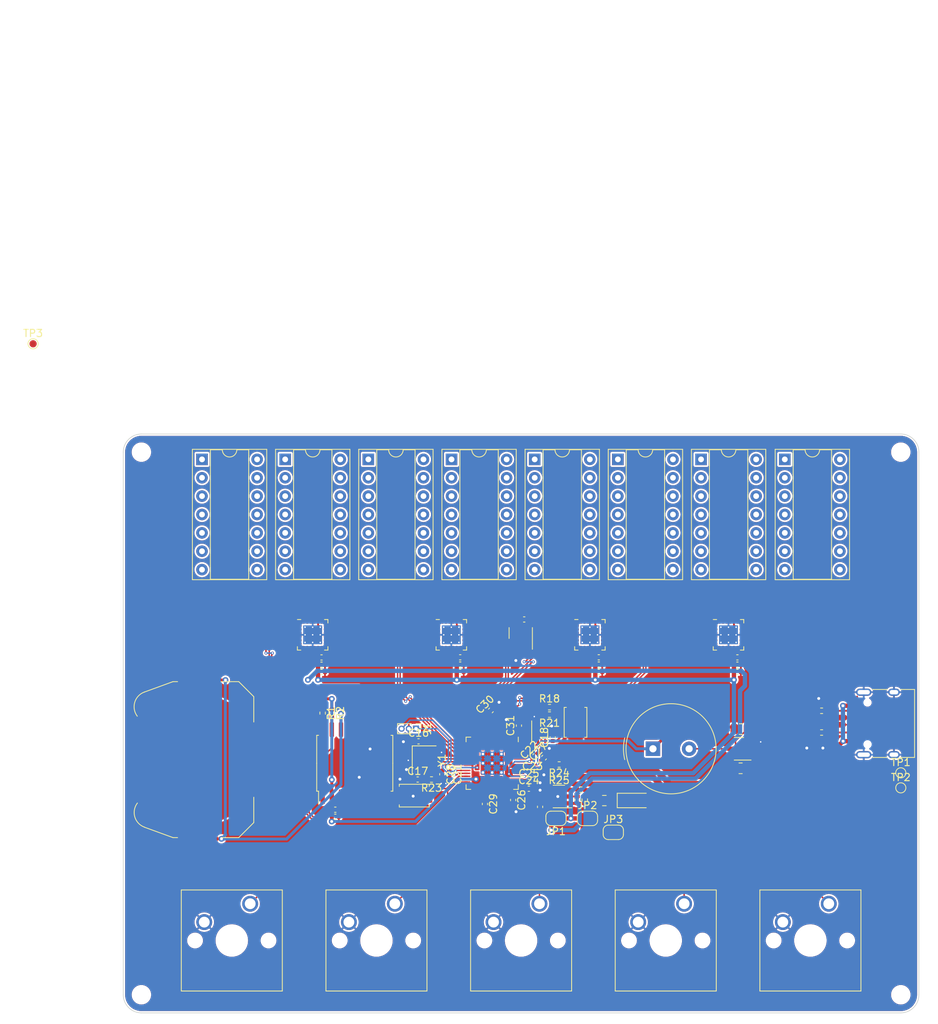
<source format=kicad_pcb>
(kicad_pcb (version 20221018) (generator pcbnew)
  (layers (0 "F.Cu" signal) (31 "B.Cu" signal) (34 "B.Paste" user) (35 "F.Paste" user) (36 "B.SilkS" user "B.Silkscreen") (37 "F.SilkS" user "F.Silkscreen") (38 "B.Mask" user) (39 "F.Mask" user) (44 "Edge.Cuts" user))
  (net 0 "")
  (net 1 "Net-(BT1-+)")
  (net 2 "+3V3")
  (net 3 "Net-(BZ1-+)")
  (net 4 "VCC")
  (net 5 "XIN")
  (net 6 "Net-(C17-Pad2)")
  (net 7 "Net-(U2-IN)")
  (net 8 "+1V1")
  (net 9 "Net-(U2-BP)")
  (net 10 "VSYS")
  (net 11 "VBUS")
  (net 12 "Net-(F1-Pad1)")
  (net 13 "/Onboard Pico/QSPI_SS")
  (net 14 "/Onboard Pico/QSPI_SD1")
  (net 15 "/Onboard Pico/QSPI_SD2")
  (net 16 "/Onboard Pico/QSPI_SD0")
  (net 17 "/Onboard Pico/QSPI_SCLK")
  (net 18 "/Onboard Pico/QSPI_SD3")
  (net 21 "IC1R1")
  (net 22 "IC1R2")
  (net 23 "IC1R3")
  (net 24 "IC1R4")
  (net 25 "IC1R5")
  (net 26 "IC1R6")
  (net 27 "IC1R7")
  (net 28 "IC1R8")
  (net 29 "IC1C8")
  (net 30 "IC1C7")
  (net 31 "IC1C6")
  (net 32 "IC1C5")
  (net 33 "IC1C4")
  (net 34 "IC1C3")
  (net 35 "IC1C2")
  (net 36 "IC1C1")
  (net 39 "IC2R1")
  (net 40 "IC2R2")
  (net 41 "IC2R3")
  (net 42 "IC2R4")
  (net 43 "IC2R5")
  (net 44 "IC2R6")
  (net 45 "IC2R7")
  (net 46 "IC2R8")
  (net 47 "IC2C8")
  (net 48 "IC2C7")
  (net 49 "IC2C6")
  (net 50 "IC2C5")
  (net 51 "IC2C4")
  (net 52 "IC2C3")
  (net 53 "IC2C2")
  (net 54 "IC2C1")
  (net 57 "IC3R1")
  (net 58 "IC3R2")
  (net 59 "IC3R3")
  (net 60 "IC3R4")
  (net 61 "IC3R5")
  (net 62 "IC3R6")
  (net 63 "IC3R7")
  (net 64 "IC3R8")
  (net 65 "IC3C8")
  (net 66 "IC3C7")
  (net 67 "IC3C6")
  (net 68 "IC3C5")
  (net 69 "IC3C4")
  (net 70 "IC3C3")
  (net 71 "IC3C2")
  (net 72 "IC3C1")
  (net 75 "IC4R1")
  (net 76 "IC4R2")
  (net 77 "IC4R3")
  (net 78 "IC4R4")
  (net 79 "IC4R5")
  (net 80 "IC4R6")
  (net 81 "IC4R7")
  (net 82 "IC4R8")
  (net 83 "IC4C8")
  (net 84 "IC4C7")
  (net 85 "IC4C6")
  (net 86 "IC4C5")
  (net 87 "IC4C4")
  (net 88 "IC4C3")
  (net 89 "IC4C2")
  (net 90 "IC4C1")
  (net 91 "SWCLK")
  (net 92 "GND")
  (net 93 "SWDIO")
  (net 94 "VDD")
  (net 95 "/Onboard Pico/~{USB_BOOT}")
  (net 96 "3V3_EN")
  (net 97 "/Onboard Pico/RUN")
  (net 98 "Net-(Q1-B)")
  (net 99 "Buzzer GPIO")
  (net 100 "Net-(USB1-CC1)")
  (net 101 "Net-(USB1-CC2)")
  (net 102 "XOUT")
  (net 103 "USB_D+")
  (net 104 "Net-(U4-USB_DP)")
  (net 105 "USB_D-")
  (net 106 "Net-(U4-USB_DM)")
  (net 107 "GPIO2")
  (net 108 "GPIO3")
  (net 109 "GPIO4")
  (net 110 "GPIO5")
  (net 111 "GPIO6")
  (net 115 "GPIO25")
  (net 116 "GPIO23")
  (net 117 "GPIO24")
  (net 118 "GPIO22")
  (net 119 "GPIO21")
  (net 120 "GPIO20")
  (net 121 "GPIO19")
  (net 122 "GPIO18")
  (net 123 "GPIO17")
  (net 124 "GPIO16")
  (net 125 "GPIO15")
  (net 126 "GPIO14")
  (net 127 "GPIO13")
  (net 128 "GPIO12")
  (net 129 "GPIO11")
  (net 130 "GPIO10")
  (net 131 "GPIO9")
  (net 132 "GPIO8")
  (net 133 "GPIO7")
  (net 134 "GPIO1")
  (net 135 "GPIO0")
  (net 136 "ADC3")
  (net 137 "ADC2")
  (net 138 "ADC1")
  (net 139 "ADC0")
  (footprint "Resistor_SMD:R_0805_2012Metric" (layer "F.Cu") (at 98.875 54.275)
    (fp_text reference "R3")
    (fp_text value "0805 1K")
  )
  (footprint "MountingHole:MountingHole_2.2mm_M2" (layer "F.Cu") (at 121 91)
    (fp_text reference "H4")
    (fp_text value "MountingHole")
  )
  (footprint "Resistor_SMD:R_0402_1005Metric" (layer "F.Cu") (at 110.05 54.75)
    (fp_text reference "R15")
    (fp_text value "5.1K 0402")
  )
  (footprint "Capacitor_SMD:C_0402_1005Metric" (layer "F.Cu") (at 72.875 55.445 90)
    (fp_text reference "C18")
    (fp_text value "100nf 0402")
  )
  (footprint "Button_Switch_SMD:SW_Push_SPST_NO_Alps_SKRK" (layer "F.Cu") (at 53.725 63.475)
    (fp_text reference "RSW1")
    (fp_text value "TSA343G00-250J2")
  )
  (footprint "Capacitor_SMD:C_0402_1005Metric" (layer "F.Cu") (at 54.32 55.975)
    (fp_text reference "C16")
    (fp_text value "22pf 0402")
  )
  (footprint "Package_DIP:DIP-14_W7.62mm_Socket" (layer "F.Cu") (at 24.38 17)
    (fp_text reference "M1")
    (fp_text value "Dip-14 Socket")
  )
  (footprint "Resistor_SMD:R_0402_1005Metric" (layer "F.Cu") (at 72.425 51.25)
    (fp_text reference "R18")
    (fp_text value "1K 0402")
  )
  (footprint "Capacitor_SMD:C_0402_1005Metric" (layer "F.Cu") (at 42.81 66.39)
    (fp_text reference "C10")
    (fp_text value "0402 1uF")
  )
  (footprint "Crystal:Crystal_SMD_3225-4Pin_3.2x2.5mm" (layer "F.Cu") (at 55.1 58.6 -90)
    (fp_text reference "Y1")
    (fp_text value "3225_4P 12MHz")
  )
  (footprint "Connector_USB:USB_C_Receptacle_HRO_TYPE-C-31-M-12" (layer "F.Cu") (at 119 53.5 90)
    (fp_text reference "USB1")
    (fp_text value "TYPE-C-31-M-12")
  )
  (footprint "Button_Switch_Keyboard:SW_Cherry_MX_1.00u_PCB" (layer "F.Cu") (at 51.04 78.42)
    (fp_text reference "SW2")
    (fp_text value "SW_Push")
  )
  (footprint "Package_DFN_QFN:DFN-6-1EP_3x3mm_P1mm_EP1.5x2.4mm" (layer "F.Cu") (at 68.45 41.75 90)
    (fp_text reference "U1")
    (fp_text value "Si7021-A20")
  )
  (footprint "MountingHole:MountingHole_2.2mm_M2" (layer "F.Cu") (at 16 91)
    (fp_text reference "H3")
    (fp_text value "MountingHole")
  )
  (footprint "Capacitor_SMD:C_0402_1005Metric" (layer "F.Cu") (at 71.675 58.225 45)
    (fp_text reference "C27")
    (fp_text value "100nf 0402")
  )
  (footprint "Battery:BatteryHolder_Keystone_3034_1x20mm" (layer "F.Cu") (at 24 58.5 -90)
    (fp_text reference "BT1")
    (fp_text value "Keystone 3034")
  )
  (footprint "Capacitor_SMD:C_0402_1005Metric" (layer "F.Cu") (at 58.575 60.52 -90)
    (fp_text reference "C21")
    (fp_text value "100nf 0402")
  )
  (footprint "Package_DFN_QFN:QFN-24-1EP_4x4mm_P0.5mm_EP2.6x2.6mm_ThermalVias" (layer "F.Cu") (at 39.68 41.25)
    (fp_text reference "IC1")
    (fp_text value "IS31FL3730-QFLS2-TR")
  )
  (footprint "Jumper:SolderJumper-2_P1.3mm_Open_RoundedPad1.0x1.5mm" (layer "F.Cu") (at 81.25 68.55)
    (fp_text reference "JP3")
    (fp_text value "bridge")
  )
  (footprint "Capacitor_SMD:C_0402_1005Metric" (layer "F.Cu") (at 70.075 60.575)
    (fp_text reference "C23")
    (fp_text value "1uf 0402")
  )
  (footprint "Package_DIP:DIP-14_W7.62mm_Socket" (layer "F.Cu") (at 47.38 17)
    (fp_text reference "M3")
    (fp_text value "Dip-14 Socket")
  )
  (footprint "Button_Switch_Keyboard:SW_Cherry_MX_1.00u_PCB" (layer "F.Cu") (at 71.04 78.42)
    (fp_text reference "SW3")
    (fp_text value "SW_Push")
  )
  (footprint "Resistor_SMD:R_0402_1005Metric" (layer "F.Cu") (at 42.33 52.08 -90)
    (fp_text reference "R2")
    (fp_text value "0402 10K")
  )
  (footprint "Package_DFN_QFN:QFN-24-1EP_4x4mm_P0.5mm_EP2.6x2.6mm_ThermalVias" (layer "F.Cu") (at 58.851666 41.25)
    (fp_text reference "IC2")
    (fp_text value "IS31FL3730-QFLS2-TR")
  )
  (footprint "Button_Switch_Keyboard:SW_Cherry_MX_1.00u_PCB" (layer "F.Cu") (at 31.04 78.42)
    (fp_text reference "SW1")
    (fp_text value "SW_Push")
  )
  (footprint "Package_DIP:DIP-14_W7.62mm_Socket" (layer "F.Cu") (at 58.88 17)
    (fp_text reference "M4")
    (fp_text value "Dip-14 Socket")
  )
  (footprint "Capacitor_SMD:C_0402_1005Metric" (layer "F.Cu") (at 63.5 64.63 -90)
    (fp_text reference "C29")
    (fp_text value "100nf 0402")
  )
  (footprint "MCU_RaspberryPi_and_Boards:RP2040-QFN-56" (layer "F.Cu") (at 64.5 59 -90)
    (fp_text reference "U4")
    (fp_text value "RP2040")
  )
  (footprint "Capacitor_SMD:C_0402_1005Metric" (layer "F.Cu") (at 98.405 45.37)
    (fp_text reference "C8")
    (fp_text value "0402 1uF")
  )
  (footprint "Resistor_SMD:R_0402_1005Metric" (layer "F.Cu") (at 41.06 52.07 -90)
    (fp_text reference "R1")
    (fp_text value "0402 10K")
  )
  (footprint "Resistor_SMD:R_0402_1005Metric" (layer "F.Cu") (at 73.76 59.175 180)
    (fp_text reference "R24")
    (fp_text value "27r 0402 resistor")
  )
  (footprint "Package_DFN_QFN:QFN-24-1EP_4x4mm_P0.5mm_EP2.6x2.6mm_ThermalVias" (layer "F.Cu") (at 97.175 41.25)
    (fp_text reference "IC4")
    (fp_text value "IS31FL3730-QFLS2-TR")
  )
  (footprint "Capacitor_SMD:C_0402_1005Metric" (layer "F.Cu") (at 60.081666 46.36)
    (fp_text reference "C4")
    (fp_text value "0402 1uF")
  )
  (footprint "Capacitor_SMD:C_0402_1005Metric" (layer "F.Cu") (at 69.58 61.575)
    (fp_text reference "C25")
    (fp_text value "2.2uF 0402")
  )
  (footprint "Capacitor_SMD:C_0402_1005Metric" (layer "F.Cu") (at 40.905 46.38)
    (fp_text reference "C5")
    (fp_text value "0402 0.1uF")
  )
  (footprint "Resistor_SMD:R_0402_1005Metric" (layer "F.Cu") (at 76.78 62.65)
    (fp_text reference "R22")
    (fp_text value "100K 0402")
  )
  (footprint "Package_SO:SOIC-16W_7.5x10.3mm_P1.27mm" (layer "F.Cu") (at 45.5 59 90)
    (fp_text reference "U3")
    (fp_text value "DS3231M")
  )
  (footprint "Connector_PinHeader_1.00mm:PinHeader_1x03_P1.00mm_Vertical" (layer "F.Cu") (at 53.975 54.225 -90)
    (fp_text reference "J1")
    (fp_text value "Conn_01x03")
  )
  (footprint "Capacitor_SMD:C_0402_1005Metric" (layer "F.Cu") (at 79.243332 44.36)
    (fp_text reference "C1")
    (fp_text value "0402 0.1uF")
  )
  (footprint "Diode_SMD:D_SOD-123" (layer "F.Cu") (at 84.15 64.15)
    (fp_text reference "D1")
    (fp_text value "1N4002W")
  )
  (footprint "Resistor_SMD:R_0402_1005Metric" (layer "F.Cu") (at 110.05 51.75)
    (fp_text reference "R16")
    (fp_text value "5.1K 0402")
  )
  (footprint "Package_DIP:DIP-14_W7.62mm_Socket" (layer "F.Cu") (at 93.38 17)
    (fp_text reference "M7")
    (fp_text value "Dip-14 Socket")
  )
  (footprint "Buzzer_Beeper:Buzzer_TDK_PS1240P02BT_D12.2mm_H6.5mm" (layer "F.Cu") (at 86.729216 57)
    (fp_text reference "BZ1")
    (fp_text value "Buzzer 12.2Mm")
  )
  (footprint "Package_DIP:DIP-14_W7.62mm_Socket" (layer "F.Cu") (at 70.38 17)
    (fp_text reference "M5")
    (fp_text value "Dip-14 Socket")
  )
  (footprint "Capacitor_SMD:C_0402_1005Metric" (layer "F.Cu") (at 40.905 45.38)
    (fp_text reference "C6")
    (fp_text value "0402 1uF")
  )
  (footprint "MountingHole:MountingHole_2.2mm_M2" (layer "F.Cu") (at 16 16)
    (fp_text reference "H1")
    (fp_text value "MountingHole")
  )
  (footprint "Resistor_SMD:R_0402_1005Metric" (layer "F.Cu") (at 73.76 60.189999 180)
    (fp_text reference "R25")
    (fp_text value "27r 0402 resistor")
  )
  (footprint "Capacitor_SMD:C_0402_1005Metric" (layer "F.Cu") (at 68.2 53.8 90)
    (fp_text reference "C31")
    (fp_text value "100nf 0402")
  )
  (footprint "Package_DFN_QFN:QFN-24-1EP_4x4mm_P0.5mm_EP2.6x2.6mm_ThermalVias" (layer "F.Cu") (at 78.013332 41.25)
    (fp_text reference "IC3")
    (fp_text value "IS31FL3730-QFLS2-TR")
  )
  (footprint "Package_DIP:DIP-14_W7.62mm_Socket" (layer "F.Cu") (at 35.88 17)
    (fp_text reference "M2")
    (fp_text value "Dip-14 Socket")
  )
  (footprint "Capacitor_SMD:C_0402_1005Metric" (layer "F.Cu") (at 76.3 64.07 90)
    (fp_text reference "C19")
    (fp_text value "10uf 0402")
  )
  (footprint "Button_Switch_SMD:SW_Push_SPST_NO_Alps_SKRK" (layer "F.Cu") (at 76.025 53.35 -90)
    (fp_text reference "J3")
    (fp_text value "Button")
  )
  (footprint "Capacitor_SMD:C_0402_1005Metric" (layer "F.Cu") (at 73.08 61.38)
    (fp_text reference "CBP1")
    (fp_text value "10uf 0402")
  )
  (footprint "Package_TO_SOT_SMD:SOT-23-5" (layer "F.Cu") (at 73.725 63.6 180)
    (fp_text reference "U2")
    (fp_text value "SOT-23-5 5.5V 3.3V 500mA")
  )
  (footprint "Package_DIP:DIP-14_W7.62mm_Socket" (layer "F.Cu") (at 81.88 17)
    (fp_text reference "M6")
    (fp_text value "Dip-14 Socket")
  )
  (footprint "Resistor_SMD:R_0402_1005Metric" (layer "F.Cu") (at 72.425 52.275 180)
    (fp_text reference "R21")
    (fp_text value "10K 0402")
  )
  (footprint "Capacitor_SMD:C_0402_1005Metric" (layer "F.Cu") (at 70.45 58 45)
    (fp_text reference "C22")
    (fp_text value "100nf 0402")
  )
  (footprint "Capacitor_SMD:C_0402_1005Metric" (layer "F.Cu") (at 42.81 65.42)
    (fp_text reference "C9")
    (fp_text value "0402 0.1uF")
  )
  (footprint "Resistor_SMD:R_0402_1005Metric" (layer "F.Cu") (at 56.11 61.25 180)
    (fp_text reference "R23")
    (fp_text value "1K 0402")
  )
  (footprint "Jumper:SolderJumper-2_P1.3mm_Open_RoundedPad1.0x1.5mm" (layer "F.Cu") (at 77.675 66.625)
    (fp_text reference "JP2")
    (fp_text value "bridge")
  )
  (footprint "TestPoint:TestPoint_Pad_D1.0mm" (layer "F.Cu") (at 1.025 1.025)
    (fp_text reference "TP3")
    (fp_text value "TestPoint")
  )
  (footprint "Capacitor_SMD:C_0402_1005Metric" (layer "F.Cu") (at 57.6 60.525 -90)
    (fp_text reference "C28")
    (fp_text value "100nf 0402")
  )
  (footprint "TestPoint:TestPoint_Pad_D1.0mm" (layer "F.Cu") (at 121 60.325)
    (fp_text reference "TP1")
    (fp_text value "TestPoint")
  )
  (footprint "Capacitor_SMD:C_0402_1005Metric" (layer "F.Cu") (at 69.575 62.525)
    (fp_text reference "C24")
    (fp_text value "100nf 0402")
  )
  (footprint "Capacitor_SMD:C_0402_1005Metric" (layer "F.Cu") (at 98.405 44.37)
    (fp_text reference "C7")
    (fp_text value "0402 0.1uF")
  )
  (footprint "MountingHole:MountingHole_2.2mm_M2" (layer "F.Cu") (at 121 16)
    (fp_text reference "H2")
    (fp_text value "MountingHole")
  )
  (footprint "Capacitor_SMD:C_0402_1005Metric" (layer "F.Cu") (at 40.905 44.38)
    (fp_text reference "C11")
    (fp_text value "0402 10uF")
  )
  (footprint "Package_DIP:DIP-14_W7.62mm_Socket" (layer "F.Cu") (at 104.96 17)
    (fp_text reference "M8")
    (fp_text value "Dip-14 Socket")
  )
  (footprint "Capacitor_SMD:C_0402_1005Metric" (layer "F.Cu") (at 79.243332 46.36)
    (fp_text reference "C13")
    (fp_text value "0402 10uF")
  )
  (footprint "TestPoint:TestPoint_Pad_D1.0mm" (layer "F.Cu") (at 121 62.4)
    (fp_text reference "TP2")
    (fp_text value "TestPoint")
  )
  (footprint "Button_Switch_Keyboard:SW_Cherry_MX_1.00u_PCB" (layer "F.Cu") (at 91.04 78.42)
    (fp_text reference "SW4")
    (fp_text value "SW_Push")
  )
  (footprint "Capacitor_SMD:C_0402_1005Metric" (layer "F.Cu") (at 79.243332 45.36)
    (fp_text reference "C2")
    (fp_text value "0402 1uF")
  )
  (footprint "Button_Switch_Keyboard:SW_Cherry_MX_1.00u_PCB" (layer "F.Cu") (at 111.04 78.42)
    (fp_text reference "SW5")
    (fp_text value "SW_Push")
  )
  (footprint "Capacitor_SMD:C_0402_1005Metric" (layer "F.Cu") (at 64.325 51.7 45)
    (fp_text reference "C30")
    (fp_text value "100nf 0402")
  )
  (footprint "Capacitor_SMD:C_0402_1005Metric" (layer "F.Cu") (at 67.4 64.08 -90)
    (fp_text reference "C26")
    (fp_text value "100nf 0402")
  )
  (footprint "Resistor_SMD:R_0402_1005Metric" (layer "F.Cu") (at 77.3 64.07 -90)
    (fp_text reference "FB1")
    (fp_text value "FerriteBead 0402")
  )
  (footprint "Package_TO_SOT_SMD:SOT-23" (layer "F.Cu") (at 98.6208 57 180)
    (fp_text reference "Q1")
    (fp_text value "2SC1815")
  )
  (footprint "Capacitor_SMD:C_0402_1005Metric" (layer "F.Cu") (at 98.405 46.37)
    (fp_text reference "C14")
    (fp_text value "0402 10uF")
  )
  (footprint "Fuse:Fuse_0805_2012Metric" (layer "F.Cu") (at 80.0075 64.16)
    (fp_text reference "F1")
    (fp_text value "0805L050WR")
  )
  (footprint "Package_SON:SON-8-1EP_3x2mm_P0.5mm_EP1.4x1.6mm" (layer "F.Cu") (at 71.075 54.6375 -90)
    (fp_text reference "FLASH1")
    (fp_text value "W25Q16JVUXIQ")
  )
  (footprint "Capacitor_SMD:C_0402_1005Metric" (layer "F.Cu") (at 68.93 39.125 180)
    (fp_text reference "C33")
    (fp_text value "0402 0.1uF")
  )
  (footprint "Resistor_SMD:R_0805_2012Metric" (layer "F.Cu") (at 98.85 59.7 180)
    (fp_text reference "R4")
    (fp_text value "0805 1K")
  )
  (footprint "Jumper:SolderJumper-2_P1.3mm_Bridged_RoundedPad1.0x1.5mm" (layer "F.Cu") (at 73.325 66.625 180)
    (fp_text reference "JP1")
    (fp_text value "bridge")
  )
  (footprint "Capacitor_SMD:C_0402_1005Metric" (layer "F.Cu") (at 60.081666 44.36)
    (fp_text reference "C12")
    (fp_text value "0402 10uF")
  )
  (footprint "Capacitor_SMD:C_0402_1005Metric" (layer "F.Cu") (at 54.2 61.25)
    (fp_text reference "C17")
    (fp_text value "22pf 0402")
  )
  (footprint "Capacitor_SMD:C_0402_1005Metric" (layer "F.Cu") (at 60.081666 45.36)
    (fp_text reference "C3")
    (fp_text value "0402 0.1uF")
  )
  (footprint "Capacitor_SMD:C_0402_1005Metric" (layer "F.Cu") (at 71.125 65.03 -90)
    (fp_text reference "C20")
    (fp_text value "10uf 0402")
  )
  (gr_line (start 13.5 16) (end 13.5 91) (stroke (width 0.1)) (layer "Edge.Cuts"))
  (gr_arc (start 123.5 91) (mid 122.767767 92.767767) (end 121 93.5) (stroke (width 0.1)) (layer "Edge.Cuts"))
  (gr_arc (start 13.5 16) (mid 14.232233 14.232233) (end 16 13.5) (stroke (width 0.1)) (layer "Edge.Cuts"))
  (gr_arc (start 121 13.5) (mid 122.767767 14.232233) (end 123.5 16) (stroke (width 0.1)) (layer "Edge.Cuts"))
  (gr_arc (start 16 93.5) (mid 14.232233 92.767767) (end 13.5 91) (stroke (width 0.1)) (layer "Edge.Cuts"))
  (gr_line (start 16 13.5) (end 121 13.5) (stroke (width 0.1)) (layer "Edge.Cuts"))
  (gr_line (start 16 93.5) (end 121 93.5) (stroke (width 0.1)) (layer "Edge.Cuts"))
  (gr_line (start 123.5 91) (end 123.5 16) (stroke (width 0.1)) (layer "Edge.Cuts"))
  (segment (start 24.035 69.45) (end 24 69.485) (width 0.4) (layer "F.Cu") (net 1))
  (segment (start 24.015 47.5) (end 24 47.515) (width 0.4) (layer "F.Cu") (net 1))
  (segment (start 27.075 69.45) (end 24.035 69.45) (width 0.4) (layer "F.Cu") (net 1))
  (segment (start 27.625 47.5) (end 24.015 47.5) (width 0.4) (layer "F.Cu") (net 1))
  (segment (start 43.595 54.35) (end 43.595 52.155) (width 0.4) (layer "F.Cu") (net 1))
  (via (at 27.075 69.45) (size 0.8) (drill 0.4) (layers "F.Cu" "B.Cu") (net 1))
  (via (at 27.625 47.5) (size 0.8) (drill 0.4) (layers "F.Cu" "B.Cu") (net 1))
  (via (at 43.595 52.155) (size 0.8) (drill 0.4) (layers "F.Cu" "B.Cu") (net 1))
  (segment (start 27.6 68.825) (end 27.6 53.175) (width 0.4) (layer "B.Cu") (net 1))
  (segment (start 43.595 61.955) (end 36.075 69.475) (width 0.4) (layer "B.Cu") (net 1))
  (segment (start 27.075 69.45) (end 27.65 68.875) (width 0.4) (layer "B.Cu") (net 1))
  (segment (start 43.595 52.155) (end 43.595 61.955) (width 0.4) (layer "B.Cu") (net 1))
  (segment (start 27.1 69.475) (end 27.075 69.45) (width 0.4) (layer "B.Cu") (net 1))
  (segment (start 27.6 47.525) (end 27.625 47.5) (width 0.4) (layer "B.Cu") (net 1))
  (segment (start 27.6 53.175) (end 27.6 47.525) (width 0.4) (layer "B.Cu") (net 1))
  (segment (start 36.075 69.475) (end 27.1 69.475) (width 0.4) (layer "B.Cu") (net 1))
  (segment (start 27.65 68.875) (end 27.6 68.825) (width 0.4) (layer "B.Cu") (net 1))
  (segment (start 42.325 63.65) (end 42.325 61.275) (width 0.4) (layer "F.Cu") (net 2))
  (segment (start 70.79 59.07) (end 70.83 59.07) (width 0.2) (layer "F.Cu") (net 2))
  (segment (start 57.6 59.4) (end 57.6 60.045) (width 0.2) (layer "F.Cu") (net 2))
  (segment (start 70.7 59.2) (end 70.9 59) (width 0.2) (layer "F.Cu") (net 2))
  (segment (start 57.8 59.2) (end 57.6 59.4) (width 0.2) (layer "F.Cu") (net 2))
  (segment (start 63.5 62.4375) (end 63.5 64.15) (width 0.2) (layer "F.Cu") (net 2))
  (segment (start 42.325 66.385) (end 42.33 66.39) (width 0.4) (layer "F.Cu") (net 2))
  (segment (start 41.575 50.1) (end 42.325 50.1) (width 0.4) (layer "F.Cu") (net 2))
  (segment (start 72.25 55.925) (end 72.875 55.925) (width 0.25) (layer "F.Cu") (net 2))
  (segment (start 68.8 63.6) (end 67.4 63.6) (width 0.4) (layer "F.Cu") (net 2))
  (segment (start 72.675 66.625) (end 72.675 68.25) (width 0.6) (layer "F.Cu") (net 2))
  (segment (start 73.9 52.85) (end 73.9 55.425) (width 0.25) (layer "F.Cu") (net 2))
  (segment (start 63.5 55.5625) (end 63.5 56.34) (width 0.15) (layer "F.Cu") (net 2))
  (segment (start 89.729216 54) (end 86.729216 57) (width 0.4) (layer "F.Cu") (net 2))
  (segment (start 63.535589 55.526911) (end 63.5 55.5625) (width 0.2) (layer "F.Cu") (net 2))
  (segment (start 67.9375 59.2) (end 70.7 59.2) (width 0.2) (layer "F.Cu") (net 2))
  (segment (start 71.125 64.55) (end 69.75 64.55) (width 0.4) (layer "F.Cu") (net 2))
  (segment (start 41.06 50.615) (end 41.575 50.1) (width 0.4) (layer "F.Cu") (net 2))
  (segment (start 69.75 64.55) (end 69.095 63.895) (width 0.4) (layer "F.Cu") (net 2))
  (segment (start 97.9625 54.275) (end 97.6875 54) (width 0.4) (layer "F.Cu") (net 2))
  (segment (start 68.2 54.28) (end 67.72 54.28) (width 0.2) (layer "F.Cu") (net 2))
  (segment (start 63.535589 52.489411) (end 63.535589 55.526911) (width 0.2) (layer "F.Cu") (net 2))
  (segment (start 71.335589 58.564411) (end 70.9 59) (width 0.2) (layer "F.Cu") (net 2))
  (segment (start 42.33 51.57) (end 42.325 51.565) (width 0.4) (layer "F.Cu") (net 2))
  (segment (start 72.935 52.275) (end 73.325 52.275) (width 0.25) (layer "F.Cu") (net 2))
  (segment (start 69.75 64.55) (end 68.8 63.6) (width 0.4) (layer "F.Cu") (net 2))
  (segment (start 70.7 59.2) (end 69.025 59.2) (width 0.2) (layer "F.Cu") (net 2))
  (segment (start 72.5875 64.55) (end 72.5875 66.5375) (width 0.6) (layer "F.Cu") (net 2))
  (segment (start 71.825 55.925) (end 72.25 55.925) (width 0.25) (layer "F.Cu") (net 2))
  (segment (start 68.625 59.6) (end 67.9375 59.6) (width 0.2) (layer "F.Cu") (net 2))
  (segment (start 42.325 63.65) (end 42.325 66.385) (width 0.4) (layer "F.Cu") (net 2))
  (segment (start 73.325 52.275) (end 73.9 52.85) (width 0.25) (layer "F.Cu") (net 2))
  (segment (start 70.83 59.07) (end 70.9 59) (width 0.2) (layer "F.Cu") (net 2))
  (segment (start 67.72 54.28) (end 67.1 54.9) (width 0.2) (layer "F.Cu") (net 2))
  (segment (start 42.33 66.39) (end 42.33 67.03) (width 0.4) (layer "F.Cu") (net 2))
  (segment (start 42.33 67.03) (end 42.31 67.05) (width 0.4) (layer "F.Cu") (net 2))
  (segment (start 73.9 55.425) (end 73.4 55.925) (width 0.25) (layer "F.Cu") (net 2))
  (segment (start 97.6875 54) (end 89.729216 54) (width 0.4) (layer "F.Cu") (net 2))
  (segment (start 72.5875 66.5375) (end 72.675 66.625) (width 0.6) (layer "F.Cu") (net 2))
  (segment (start 41.06 51.56) (end 41.06 50.615) (width 0.4) (layer "F.Cu") (net 2))
  (segment (start 69.095 63.895) (end 69.095 62.525) (width 0.4) (layer "F.Cu") (net 2))
  (segment (start 61.0625 59.2) (end 57.8 59.2) (width 0.2) (layer "F.Cu") (net 2))
  (segment (start 42.325 51.565) (end 42.325 50.1) (width 0.4) (layer "F.Cu") (net 2))
  (segment (start 67.1 54.9) (end 67.1 55.5625) (width 0.2) (layer "F.Cu") (net 2))
  (segment (start 63.5 62.4375) (end 63.5 61.44) (width 0.15) (layer "F.Cu") (net 2))
  (segment (start 69.025 59.2) (end 68.625 59.6) (width 0.2) (layer "F.Cu") (net 2))
  (segment (start 68.45 39.125) (end 68.45 40.3) (width 0.4) (layer "F.Cu") (net 2))
  (segment (start 73.4 55.925) (end 72.875 55.925) (width 0.25) (layer "F.Cu") (net 2))
  (segment (start 72.5875 64.55) (end 71.125 64.55) (width 0.4) (layer "F.Cu") (net 2))
  (segment (start 63.985589 52.039411) (end 63.535589 52.489411) (width 0.2) (layer "F.Cu") (net 2))
  (via (at 42.325 61.275) (size 0.8) (drill 0.4) (layers "F.Cu" "B.Cu") (net 2))
  (via (at 42.325 50.1) (size 0.8) (drill 0.4) (layers "F.Cu" "B.Cu") (net 2))
  (via (at 42.31 67.05) (size 0.8) (drill 0.4) (layers "F.Cu" "B.Cu") (net 2))
  (via (at 72.25 55.925) (size 0.4) (drill 0.2) (layers "F.Cu" "B.Cu") (net 2))
  (via (at 62.26 61.2) (size 0.8) (drill 0.4) (layers "F.Cu" "B.Cu") (net 2))
  (via (at 39.025 47.475) (size 0.8) (drill 0.4) (layers "F.Cu" "B.Cu") (net 2))
  (via (at 72.675 68.25) (size 0.8) (drill 0.4) (layers "F.Cu" "B.Cu") (net 2))
  (via (at 70.79 59.07) (size 0.4) (drill 0.2) (layers "F.Cu" "B.Cu") (net 2))
  (segment (start 83.35 55.925) (end 84.425 57) (width 0.4) (layer "B.Cu") (net 2))
  (segment (start 40.325 46.225) (end 39.075 47.475) (width 0.6) (layer "B.Cu") (net 2))
  (segment (start 76.175 63.26066) (end 78.31066 61.125) (width 0.6) (layer "B.Cu") (net 2))
  (segment (start 84.425 57) (end 86.729216 57) (width 0.4) (layer "B.Cu") (net 2))
  (segment (start 98.95 46.225) (end 40.325 46.225) (width 0.6) (layer "B.Cu") (net 2))
  (segment (start 78.31066 61.125) (end 92.61066 61.125) (width 0.6) (layer "B.Cu") (net 2))
  (segment (start 76.575 64.8) (end 76.175 64.4) (width 0.6) (layer "B.Cu") (net 2))
  (segment (start 70.79 59.07) (end 70.79 56.464) (width 0.2) (layer "B.Cu") (net 2))
  (segment (start 70.79 56.464) (end 71.329 55.925) (width 0.2) (layer "B.Cu") (net 2))
  (segment (start 75.825 68.25) (end 76.575 67.5) (width 0.6) (layer "B.Cu") (net 2))
  (segment (start 98.775 48.975) (end 99.45 48.3) (width 0.6) (layer "B.Cu") (net 2))
  (segment (start 71.329 55.925) (end 72.25 55.925) (width 0.2) (layer "B.Cu") (net 2))
  (segment (start 92.61066 61.125) (end 98.775 54.96066) (width 0.6) (layer "B.Cu") (net 2))
  (segment (start 39.075 47.475) (end 39.025 47.475) (width 0.6) (layer "B.Cu") (net 2))
  (segment (start 76.175 64.4) (end 76.175 63.26066) (width 0.6) (layer "B.Cu") (net 2))
  (segment (start 42.31 67.05) (end 53.89 67.05) (width 0.4) (layer "B.Cu") (net 2))
  (segment (start 39.025 47.525) (end 39.125 47.425) (width 0.6) (layer "B.Cu") (net 2))
  (segment (start 99.45 46.725) (end 98.95 46.225) (width 0.6) (layer "B.Cu") (net 2))
  (segment (start 42.325 61.275) (end 42.325 50.1) (width 0.4) (layer "B.Cu") (net 2))
  (segment (start 72.675 68.25) (end 75.825 68.25) (width 0.6) (layer "B.Cu") (net 2))
  (segment (start 76.575 67.5) (end 76.575 64.8) (width 0.6) (layer "B.Cu") (net 2))
  (segment (start 72.25 55.925) (end 83.35 55.925) (width 0.4) (layer "B.Cu") (net 2))
  (segment (start 98.775 54.96066) (end 98.775 48.975) (width 0.6) (layer "B.Cu") (net 2))
  (segment (start 99.45 48.3) (end 99.45 46.725) (width 0.6) (layer "B.Cu") (net 2))
  (segment (start 53.89 67.05) (end 59.74 61.2) (width 0.4) (layer "B.Cu") (net 2))
  (segment (start 39.025 47.475) (end 39.025 47.525) (width 0.6) (layer "B.Cu") (net 2))
  (segment (start 59.74 61.2) (end 62.26 61.2) (width 0.4) (layer "B.Cu") (net 2))
  (segment (start 98.15 56.5333) (end 98.15 55.9125) (width 0.2) (layer "F.Cu") (net 3))
  (segment (start 97.6833 57) (end 98.15 56.5333) (width 0.2) (layer "F.Cu") (net 3))
  (segment (start 98.15 55.9125) (end 99.7875 54.275) (width 0.2) (layer "F.Cu") (net 3))
  (segment (start 91.729216 57) (end 97.6833 57) (width 0.2) (layer "F.Cu") (net 3))
  (segment (start 59.601666 43.1875) (end 59.601666 44.36) (width 0.25) (layer "F.Cu") (net 4))
  (segment (start 80.6 68.55) (end 77.5 68.55) (width 0.6) (layer "F.Cu") (net 4))
  (segment (start 78.763332 43.1875) (end 78.763332 44.775) (width 0.25) (layer "F.Cu") (net 4))
  (segment (start 59.601666 44.36) (end 59.601666 47.473334) (width 0.6) (layer "F.Cu") (net 4))
  (segment (start 40.425 44.38) (end 40.425 47.475) (width 0.6) (layer "F.Cu") (net 4))
  (segment (start 40.43 43.1875) (end 40.43 44.375) (width 0.25) (layer "F.Cu") (net 4))
  (segment (start 97.925 43.1875) (end 97.925 44.37) (width 0.25) (layer "F.Cu") (net 4))
  (segment (start 78.763332 47.436668) (end 78.75 47.45) (width 0.6) (layer "F.Cu") (net 4))
  (segment (start 40.43 44.375) (end 40.425 44.38) (width 0.25) (layer "F.Cu") (net 4))
  (segment (start 77.025 68.075) (end 77.5 68.55) (width 0.6) (layer "F.Cu") (net 4))
  (segment (start 73.975 66.625) (end 75.375 66.625) (width 0.6) (layer "F.Cu") (net 4))
  (segment (start 78.763332 44.36) (end 78.763332 44.775) (width 0.6) (layer "F.Cu") (net 4))
  (segment (start 78.763332 44.775) (end 78.763332 47.436668) (width 0.6) (layer "F.Cu") (net 4))
  (segment (start 77.025 66.625) (end 77.025 68.075) (width 0.6) (layer "F.Cu") (net 4))
  (segment (start 77.025 66.625) (end 75.375 66.625) (width 0.6) (layer "F.Cu") (net 4))
  (segment (start 97.925 44.37) (end 97.925 47.475) (width 0.6) (layer "F.Cu") (net 4))
  (via (at 75.375 66.625) (size 0.8) (drill 0.4) (layers "F.Cu" "B.Cu") (net 4))
  (via (at 40.425 47.475) (size 0.8) (drill 0.4) (layers "F.Cu" "B.Cu") (net 4))
  (via (at 97.925 47.475) (size 0.8) (drill 0.4) (layers "F.Cu" "B.Cu") (net 4))
  (via (at 59.601666 47.475) (size 0.8) (drill 0.4) (layers "F.Cu" "B.Cu") (net 4))
  (via (at 78.75 47.475) (size 0.8) (drill 0.4) (layers "F.Cu" "B.Cu") (net 4))
  (segment (start 75.375 63) (end 78 60.375) (width 0.6) (layer "B.Cu") (net 4))
  (segment (start 97.925 54.75) (end 97.925 47.475) (width 0.6) (layer "B.Cu") (net 4))
  (segment (start 78 60.375) (end 92.3 60.375) (width 0.6) (layer "B.Cu") (net 4))
  (segment (start 92.3 60.375) (end 97.925 54.75) (width 0.6) (layer "B.Cu") (net 4))
  (segment (start 40.425 47.475) (end 97.925 47.475) (width 0.6) (layer "B.Cu") (net 4))
  (segment (start 75.375 66.625) (end 75.375 63) (width 0.6) (layer "B.Cu") (net 4))
  (segment (start 54.975 56.15) (end 56.7 56.15) (width 0.2) (layer "F.Cu") (net 5))
  (segment (start 57.475 58.4) (end 61.0625 58.4) (width 0.2) (layer "F.Cu") (net 5))
  (segment (start 56.7 56.15) (end 56.925 56.375) (width 0.2) (layer "F.Cu") (net 5))
  (segment (start 54.8 55.975) (end 54.25 57.5) (width 0.2) (layer "F.Cu") (net 5))
  (segment (start 56.925 56.375) (end 56.925 57.85) (width 0.2) (layer "F.Cu") (net 5))
  (segment (start 56.925 57.85) (end 57.475 58.4) (width 0.2) (layer "F.Cu") (net 5))
  (segment (start 54.8 55.975) (end 54.975 56.15) (width 0.2) (layer "F.Cu") (net 5))
  (segment (start 55.6 61.25) (end 54.68 61.25) (width 0.2) (layer "F.Cu") (net 6))
  (segment (start 54.68 61.25) (end 55.95 59.7) (width 0.2) (layer "F.Cu") (net 6))
  (segment (start 74.8625 64.55) (end 77.27 64.55) (width 0.4) (layer "F.Cu") (net 7))
  (segment (start 77.27 64.55) (end 77.3 64.58) (width 0.4) (layer "F.Cu") (net 7))
  (segment (start 61.0625 59.6) (end 59.015 59.6) (width 0.2) (layer "F.Cu") (net 8))
  (segment (start 69.15 58.8) (end 69.6 58.8) (width 0.2) (layer "F.Cu") (net 8))
  (segment (start 69.6 58.8) (end 69.65 58.75) (width 0.2) (layer "F.Cu") (net 8))
  (segment (start 67.9375 60.8) (end 68.725 60.8) (width 0.2) (layer "F.Cu") (net 8))
  (segment (start 58.575 60.04) (end 58.9325 59.6825) (width 0.2) (layer "F.Cu") (net 8))
  (segment (start 68.975 60.8) (end 69.37 60.8) (width 0.2) (layer "F.Cu") (net 8))
  (segment (start 67.15 60.8) (end 68.725 60.8) (width 0.2) (layer "F.Cu") (net 8))
  (segment (start 68.725 60.8) (end 68.975 60.8) (width 0.2) (layer "F.Cu") (net 8))
  (segment (start 68.975 60.810675) (end 68.982121 60.817796) (width 0.2) (layer "F.Cu") (net 8))
  (segment (start 59.015 59.6) (end 58.9325 59.6825) (width 0.2) (layer "F.Cu") (net 8))
  (segment (start 69.15 58.8) (end 67.9375 58.8) (width 0.2) (layer "F.Cu") (net 8))
  (segment (start 69.65 58.8) (end 69.15 58.8) (width 0.2) (layer "F.Cu") (net 8))
  (segment (start 66.825 60.475) (end 67.15 60.8) (width 0.2) (layer "F.Cu") (net 8))
  (segment (start 68.975 60.8) (end 68.975 60.810675) (width 0.2) (layer "F.Cu") (net 8))
  (segment (start 70.110589 58.339411) (end 69.65 58.8) (width 0.2) (layer "F.Cu") (net 8))
  (segment (start 69.37 60.8) (end 69.595 60.575) (width 0.2) (layer "F.Cu") (net 8))
  (via (at 62.425 59.6) (size 0.4) (drill 0.2) (layers "F.Cu" "B.Cu") (net 8))
  (via (at 68.982121 60.817796) (size 0.4) (drill 0.2) (layers "F.Cu" "B.Cu") (net 8))
  (via (at 58.9325 59.6825) (size 0.4) (drill 0.2) (layers "F.Cu" "B.Cu") (net 8))
  (via (at 69.65 58.75) (size 0.4) (drill 0.2) (layers "F.Cu" "B.Cu") (net 8))
  (via (at 66.825 60.475) (size 0.4) (drill 0.2) (layers "F.Cu" "B.Cu") (net 8))
  (segment (start 67.675 58.75) (end 66.825 59.6) (width 0.2) (layer "B.Cu") (net 8))
  (segment (start 68.982121 60.817796) (end 67.167796 60.817796) (width 0.2) (layer "B.Cu") (net 8))
  (segment (start 62.425 59.6) (end 59.015 59.6) (width 0.2) (layer "B.Cu") (net 8))
  (segment (start 67.167796 60.817796) (end 66.825 60.475) (width 0.2) (layer "B.Cu") (net 8))
  (segment (start 59.015 59.6) (end 58.9325 59.6825) (width 0.2) (layer "B.Cu") (net 8))
  (segment (start 66.825 59.6) (end 66.825 60.475) (width 0.2) (layer "B.Cu") (net 8))
  (segment (start 69.65 58.75) (end 67.675 58.75) (width 0.2) (layer "B.Cu") (net 8))
  (segment (start 72.5875 62.65) (end 72.5875 61.3925) (width 0.4) (layer "F.Cu") (net 9))
  (segment (start 72.5875 61.3925) (end 72.6 61.38) (width 0.4) (layer "F.Cu") (net 9))
  (segment (start 82.5 64.15) (end 82.49 64.16) (width 0.4) (layer "F.Cu") (net 10))
  (segment (start 80.945 63.67) (end 80.945 64.16) (width 0.4) (layer "F.Cu") (net 10))
  (segment (start 79.925 62.65) (end 80.945 63.67) (width 0.4) (layer "F.Cu") (net 10))
  (segment (start 82.49 64.16) (end 80.945 64.16) (width 0.4) (layer "F.Cu") (net 10))
  (segment (start 77.29 62.65) (end 79.925 62.65) (width 0.4) (layer "F.Cu") (net 10))
  (segment (start 106.775 63.925) (end 86.025 63.925) (width 0.6) (layer "F.Cu") (net 11))
  (segment (start 111.575 57.395) (end 111.575 59.125) (width 0.6) (layer "F.Cu") (net 11))
  (segment (start 114.955 51.05) (end 113 51.05) (width 0.6) (layer "F.Cu") (net 11))
  (segment (start 78.325 66.625) (end 83.325 66.625) (width 0.6) (layer "F.Cu") (net 11))
  (segment (start 83.325 66.625) (end 85.8 64.15) (width 0.6) (layer "F.Cu") (net 11))
  (segment (start 114.955 55.95) (end 113.02 55.95) (width 0.6) (layer "F.Cu") (net 11))
  (segment (start 86.025 63.925) (end 85.8 64.15) (width 0.6) (layer "F.Cu") (net 11))
  (segment (start 113.02 55.95) (end 111.575 57.395) (width 0.6) (layer "F.Cu") (net 11))
  (segment (start 111.575 59.125) (end 106.775 63.925) (width 0.6) (layer "F.Cu") (net 11))
  (via (at 113.02 55.95) (size 0.8) (drill 0.4) (layers "F.Cu" "B.Cu") (net 11))
  (via (at 113 51.05) (size 0.8) (drill 0.4) (layers "F.Cu" "B.Cu") (net 11))
  (segment (start 113 51.05) (end 113 55.93) (width 0.6) (layer "B.Cu") (net 11))
  (segment (start 113 55.93) (end 113.02 55.95) (width 0.6) (layer "B.Cu") (net 11))
  (segment (start 78.47 63.56) (end 79.07 64.16) (width 0.4) (layer "F.Cu") (net 12))
  (segment (start 77.3 63.56) (end 78.47 63.56) (width 0.4) (layer "F.Cu") (net 12))
  (segment (start 68.95 55.9) (end 68.45 56.4) (width 0.2) (layer "F.Cu") (net 13))
  (segment (start 71.915 51.25) (end 69.735051 51.25) (width 0.2) (layer "F.Cu") (net 13))
  (segment (start 68.45 56.4) (end 67.9375 56.4) (width 0.2) (layer "F.Cu") (net 13))
  (segment (start 71.915 52.275) (end 71.915 51.25) (width 0.25) (layer "F.Cu") (net 13))
  (segment (start 69.735051 51.25) (end 68.95 52.035051) (width 0.2) (layer "F.Cu") (net 13))
  (segment (start 68.95 52.035051) (end 68.95 55.9) (width 0.2) (layer "F.Cu") (net 13))
  (segment (start 71.825 52.365) (end 71.915 52.275) (width 0.25) (layer "F.Cu") (net 13))
  (segment (start 71.825 53.35) (end 71.825 52.365) (width 0.25) (layer "F.Cu") (net 13))
  (segment (start 69.880025 51.6) (end 69.3 52.180026) (width 0.2) (layer "F.Cu") (net 14))
  (segment (start 69.3 52.180026) (end 69.3 56.265078) (width 0.2) (layer "F.Cu") (net 14))
  (segment (start 71.325 52.405026) (end 70.519974 51.6) (width 0.2) (layer "F.Cu") (net 14))
  (segment (start 69.3 56.265078) (end 68.765078 56.8) (width 0.2) (layer "F.Cu") (net 14))
  (segment (start 68.765078 56.8) (end 67.9375 56.8) (width 0.2) (layer "F.Cu") (net 14))
  (segment (start 71.325 53.35) (end 71.325 52.405026) (width 0.2) (layer "F.Cu") (net 14))
  (segment (start 70.519974 51.6) (end 69.880025 51.6) (width 0.2) (layer "F.Cu") (net 14))
  (segment (start 68.860052 57.2) (end 69.65 56.410052) (width 0.2) (layer "F.Cu") (net 15))
  (segment (start 70.375 51.95) (end 70.825 52.4) (width 0.2) (layer "F.Cu") (net 15))
  (segment (start 70.025 51.95) (end 70.375 51.95) (width 0.2) (layer "F.Cu") (net 15))
  (segment (start 69.65 56.410052) (end 69.65 52.325) (width 0.2) (layer "F.Cu") (net 15))
  (segment (start 69.65 52.325) (end 70.025 51.95) (width 0.2) (layer "F.Cu") (net 15))
  (segment (start 70.825 52.4) (end 70.825 53.35) (width 0.2) (layer "F.Cu") (net 15))
  (segment (start 67.9375 57.2) (end 68.860052 57.2) (width 0.2) (layer "F.Cu") (net 15))
  (segment (start 68.955026 57.6) (end 70.325 56.230026) (width 0.2) (layer "F.Cu") (net 16))
  (segment (start 67.9375 57.6) (end 68.955026 57.6) (width 0.2) (layer "F.Cu") (net 16))
  (segment (start 70.325 56.230026) (end 70.325 55.925) (width 0.2) (layer "F.Cu") (net 16))
  (segment (start 67.9375 58) (end 69.05 58) (width 0.2) (layer "F.Cu") (net 17))
  (segment (start 70.825 56.225) (end 70.825 55.925) (width 0.2) (layer "F.Cu") (net 17))
  (segment (start 69.05 58) (end 70.825 56.225) (width 0.2) (layer "F.Cu") (net 17))
  (segment (start 69.144975 58.4) (end 71.325 56.219974) (width 0.2) (layer "F.Cu") (net 18))
  (segment (start 71.325 56.219974) (end 71.325 55.925) (width 0.2) (layer "F.Cu") (net 18))
  (segment (start 67.9375 58.4) (end 69.144975 58.4) (width 0.2) (layer "F.Cu") (net 18))
  (segment (start 61.0625 60) (end 59.5 60) (width 0.2) (layer "F.Cu") (net 91))
  (segment (start 59.5 60) (end 59.45 60.05) (width 0.2) (layer "F.Cu") (net 91))
  (via (at 59.45 60.05) (size 0.4) (drill 0.2) (layers "F.Cu" "B.Cu") (net 91))
  (segment (start 58.8 55.605025) (end 56.244975 53.05) (width 0.2) (layer "B.Cu") (net 91))
  (segment (start 58.025 59.444974) (end 58.8 58.669974) (width 0.2) (layer "B.Cu") (net 91))
  (segment (start 59.45 60.05) (end 59.3675 60.1325) (width 0.2) (layer "B.Cu") (net 91))
  (segment (start 56.244975 53.05) (end 53.15 53.05) (width 0.2) (layer "B.Cu") (net 91))
  (segment (start 59.3675 60.1325) (end 58.602474 60.1325) (width 0.2) (layer "B.Cu") (net 91))
  (segment (start 58.025 59.555026) (end 58.025 59.444974) (width 0.2) (layer "B.Cu") (net 91))
  (segment (start 58.8 58.669974) (end 58.8 55.605025) (width 0.2) (layer "B.Cu") (net 91))
  (segment (start 58.602474 60.1325) (end 58.025 59.555026) (width 0.2) (layer "B.Cu") (net 91))
  (segment (start 53.15 53.05) (end 51.975 54.225) (width 0.2) (layer "B.Cu") (net 91))
  (segment (start 71.9375 54.6375) (end 72.725 53.85) (width 0.25) (layer "F.Cu") (net 92))
  (segment (start 61.0625 58) (end 58 58) (width 0.2) (layer "F.Cu") (net 92))
  (segment (start 70.325 53.35) (end 70.325 52.55) (width 0.25) (layer "F.Cu") (net 92))
  (segment (start 74.8625 63.6) (end 73.575 63.6) (width 0.4) (layer "F.Cu") (net 92))
  (segment (start 99.5583 56.05) (end 101.625 56.05) (width 0.25) (layer "F.Cu") (net 92))
  (segment (start 54.25 59.7) (end 52.825 59.7) (width 0.2) (layer "F.Cu") (net 92))
  (segment (start 71.075 54.6375) (end 71.9375 54.6375) (width 0.25) (layer "F.Cu") (net 92))
  (segment (start 55.95 57.5) (end 55.95 58.35) (width 0.2) (layer "F.Cu") (net 92))
  (segment (start 52.825 59.7) (end 52.65 59.875) (width 0.2) (layer "F.Cu") (net 92))
  (segment (start 55.95 58.35) (end 55.7 58.6) (width 0.2) (layer "F.Cu") (net 92))
  (segment (start 58 58) (end 57.5 57.5) (width 0.2) (layer "F.Cu") (net 92))
  (segment (start 55.7 58.6) (end 52.9 58.6) (width 0.2) (layer "F.Cu") (net 92))
  (via (at 57.5 57.5) (size 0.4) (drill 0.2) (layers "F.Cu" "B.Cu") (net 92))
  (via (at 46.12 60.94) (size 0.8) (drill 0.4) (layers "F.Cu" "B.Cu") (net 92))
  (via (at 71.125 61.7) (size 0.8) (drill 0.4) (layers "F.Cu" "B.Cu") (net 92))
  (via (at 53.575 63.55) (size 0.8) (drill 0.4) (layers "F.Cu" "B.Cu") (net 92))
  (via (at 70.325 52.55) (size 0.4) (drill 0.2) (layers "F.Cu" "B.Cu") (net 92))
  (via (at 109.65 50.05) (size 0.8) (drill 0.4) (layers "F.Cu" "B.Cu") (net 92))
  (via (at 110.225 56.9) (size 0.8) (drill 0.4) (layers "F.Cu" "B.Cu") (net 92))
  (via (at 108 56.9) (size 0.8) (drill 0.4) (layers "F.Cu" "B.Cu") (net 92))
  (via (at 65.45 50.575) (size 0.8) (drill 0.4) (layers "F.Cu" "B.Cu") (net 92))
  (via (at 52.9 58.6) (size 0.4) (drill 0.2) (layers "F.Cu" "B.Cu") (net 92))
  (via (at 72.725 53.85) (size 0.8) (drill 0.4) (layers "F.Cu" "B.Cu") (net 92))
  (via (at 73.575 63.6) (size 0.8) (drill 0.4) (layers "F.Cu" "B.Cu") (net 92))
  (via (at 67.8 65.7) (size 0.8) (drill 0.4) (layers "F.Cu" "B.Cu") (net 92))
  (via (at 47.62 57.03) (size 0.8) (drill 0.4) (layers "F.Cu" "B.Cu") (net 92))
  (via (at 101.625 56.05) (size 0.4) (drill 0.2) (layers "F.Cu" "B.Cu") (net 92))
  (via (at 72.4 56.95) (size 0.8) (drill 0.4) (layers "F.Cu" "B.Cu") (net 92))
  (via (at 71.65 60.6) (size 0.8) (drill 0.4) (layers "F.Cu" "B.Cu") (net 92))
  (via (at 58.1 61.8) (size 0.4) (drill 0.2) (layers "F.Cu" "B.Cu") (net 92))
  (via (at 52.65 59.875) (size 0.8) (drill 0.4) (layers "F.Cu" "B.Cu") (net 92))
  (via (at 52.225 56.025) (size 0.8) (drill 0.4) (layers "F.Cu" "B.Cu") (net 92))
  (via (at 51.75 61.2) (size 0.8) (drill 0.4) (layers "F.Cu" "B.Cu") (net 92))
  (via (at 71.125 62.725) (size 0.8) (drill 0.4) (layers "F.Cu" "B.Cu") (net 92))
  (via (at 66.45 52.975) (size 0.8) (drill 0.4) (layers "F.Cu" "B.Cu") (net 92))
  (via (at 57.45 61.8) (size 0.4) (drill 0.2) (layers "F.Cu" "B.Cu") (net 92))
  (via (at 67.775 44.8) (size 0.8) (drill 0.4) (layers "F.Cu" "B.Cu") (net 92))
  (segment (start 59.6 60.6) (end 59.3 60.6) (width 0.2) (layer "F.Cu") (net 93))
  (segment (start 61.0625 60.4) (end 59.8 60.4) (width 0.2) (layer "F.Cu") (net 93))
  (segment (start 59.8 60.4) (end 59.6 60.6) (width 0.2) (layer "F.Cu") (net 93))
  (via (at 59.3 60.6) (size 0.4) (drill 0.2) (layers "F.Cu" "B.Cu") (net 93))
  (segment (start 57.675 59.7) (end 58.575 60.6) (width 0.2) (layer "B.Cu") (net 93))
  (segment (start 58.575 60.6) (end 59.3 60.6) (width 0.2) (layer "B.Cu") (net 93))
  (segment (start 58.45 55.75) (end 58.45 58.525) (width 0.2) (layer "B.Cu") (net 93))
  (segment (start 57.675 59.3) (end 57.675 59.7) (width 0.2) (layer "B.Cu") (net 93))
  (segment (start 53.975 54.225) (end 56.925 54.225) (width 0.2) (layer "B.Cu") (net 93))
  (segment (start 56.925 54.225) (end 58.45 55.75) (width 0.2) (layer "B.Cu") (net 93))
  (segment (start 58.45 58.525) (end 57.675 59.3) (width 0.2) (layer "B.Cu") (net 93))
  (segment (start 76.025 51.25) (end 72.935 51.25) (width 0.25) (layer "F.Cu") (net 95))
  (segment (start 74.8625 62.65) (end 76.27 62.65) (width 0.4) (layer "F.Cu") (net 96))
  (segment (start 58.194975 62.5) (end 56.8 62.5) (width 0.2) (layer "F.Cu") (net 97))
  (segment (start 56.8 62.5) (end 55.825 63.475) (width 0.2) (layer "F.Cu") (net 97))
  (segment (start 59.894975 60.8) (end 58.194975 62.5) (width 0.2) (layer "F.Cu") (net 97))
  (segment (start 61.0625 60.8) (end 59.894975 60.8) (width 0.2) (layer "F.Cu") (net 97))
  (segment (start 97.9375 59.5708) (end 97.9375 59.7) (width 0.2) (layer "F.Cu") (net 98))
  (segment (start 99.5583 57.95) (end 97.9375 59.5708) (width 0.2) (layer "F.Cu") (net 98))
  (segment (start 114.955 54.75) (end 110.56 54.75) (width 0.25) (layer "F.Cu") (net 100))
  (segment (start 114.955 51.75) (end 110.56 51.75) (width 0.25) (layer "F.Cu") (net 101))
  (segment (start 57.325 58.8) (end 57 59.125) (width 0.2) (layer "F.Cu") (net 102))
  (segment (start 61.0625 58.8) (end 57.325 58.8) (width 0.2) (layer "F.Cu") (net 102))
  (segment (start 57 60.87) (end 56.62 61.25) (width 0.2) (layer "F.Cu") (net 102))
  (segment (start 57 59.125) (end 57 60.87) (width 0.2) (layer "F.Cu") (net 102))
  (segment (start 116.75 53.3) (end 116.3 53.75) (width 0.25) (layer "F.Cu") (net 103))
  (segment (start 117.9 55.35) (end 116.3 53.75) (width 0.2) (layer "F.Cu") (net 103))
  (segment (start 114.955 52.75) (end 113.25 52.75) (width 0.2) (layer "F.Cu") (net 103))
  (segment (start 75.4 59.157499) (end 74.287501 59.157499) (width 0.5) (layer "F.Cu") (net 103))
  (segment (start 113.2 52.7) (end 108.306498 52.7) (width 0.8) (layer "F.Cu") (net 103))
  (segment (start 116.3 53.75) (end 115.925 53.75) (width 0.25) (layer "F.Cu") (net 103))
  (segment (start 89.018502 61.85) (end 87.093502 59.925) (width 0.8) (layer "F.Cu") (net 103))
  (segment (start 87.093502 59.925) (end 76.361002 59.925) (width 0.8) (layer "F.Cu") (net 103))
  (segment (start 116.75 52.75) (end 116.75 53.3) (width 0.25) (layer "F.Cu") (net 103))
  (segment (start 121 60.325) (end 120.5 60.325) (width 0.2) (layer "F.Cu") (net 103))
  (segment (start 115.925 53.75) (end 114.955 53.75) (width 0.25) (layer "F.Cu") (net 103))
  (segment (start 105.025 59.482536) (end 102.657536 61.85) (width 0.8) (layer "F.Cu") (net 103))
  (segment (start 108.306498 52.7) (end 105.025 55.981498) (width 0.8) (layer "F.Cu") (net 103))
  (segment (start 113.25 52.75) (end 113.225 52.725) (width 0.2) (layer "F.Cu") (net 103))
  (segment (start 75.593501 59.157499) (end 75.4 59.157499) (width 0.8) (layer "F.Cu") (net 103))
  (segment (start 120.5 60.325) (end 117.9 57.725) (width 0.2) (layer "F.Cu") (net 103))
  (segment (start 76.361002 59.925) (end 75.593501 59.157499) (width 0.8) (layer "F.Cu") (net 103))
  (segment (start 114.955 52.75) (end 116.75 52.75) (width 0.25) (layer "F.Cu") (net 103))
  (segment (start 105.025 55.981498) (end 105.025 59.482536) (width 0.8) (layer "F.Cu") (net 103))
  (segment (start 102.657536 61.85) (end 89.018502 61.85) (width 0.8) (layer "F.Cu") (net 103))
  (segment (start 117.9 57.725) (end 117.9 55.35) (width 0.2) (layer "F.Cu") (net 103))
  (segment (start 67.9375 60) (end 68.719974 60) (width 0.2) (layer "F.Cu") (net 104))
  (segment (start 72.875 59.55) (end 73.25 59.175) (width 0.2) (layer "F.Cu") (net 104))
  (segment (start 69.169974 59.55) (end 72.875 59.55) (width 0.2) (layer "F.Cu") (net 104))
  (segment (start 68.719974 60) (end 69.169974 59.55) (width 0.2) (layer "F.Cu") (net 104))
  (segment (start 75.3 60.2075) (end 74.287501 60.2075) (width 0.5) (layer "F.Cu") (net 105))
  (segment (start 114.955 53.25) (end 114.03 53.25) (width 0.2) (layer "F.Cu") (net 105))
  (segment (start 105.975 56.375) (end 105.975 60.017464) (width 0.8) (layer "F.Cu") (net 105))
  (segment (start 119.2 59.519975) (end 119.2 60.6) (width 0.2) (layer "F.Cu") (net 105))
  (segment (start 117.55 55.494974) (end 117.55 57.869975) (width 0.2) (layer "F.Cu") (net 105))
  (segment (start 108.675 53.675) (end 105.975 56.375) (width 0.8) (layer "F.Cu") (net 105))
  (segment (start 119.2 60.6) (end 121 62.4) (width 0.2) (layer "F.Cu") (net 105))
  (segment (start 113.605 53.675) (end 113.025 53.675) (width 0.2) (layer "F.Cu") (net 105))
  (segment (start 117.55 57.869975) (end 119.2 59.519975) (width 0.2) (layer "F.Cu") (net 105))
  (segment (start 88.624999 62.8) (end 86.7 60.875) (width 0.8) (layer "F.Cu") (net 105))
  (segment (start 114.18 54.25) (end 113.605 53.675) (width 0.2) (layer "F.Cu") (net 105))
  (segment (start 114.03 53.25) (end 113.605 53.675) (width 0.2) (layer "F.Cu") (net 105))
  (segment (start 114.955 54.25) (end 114.18 54.25) (width 0.2) (layer "F.Cu") (net 105))
  (segment (start 86.7 60.875) (end 75.9675 60.875) (width 0.8) (layer "F.Cu") (net 105))
  (segment (start 103.192464 62.8) (end 88.624999 62.8) (width 0.8) (layer "F.Cu") (net 105))
  (segment (start 105.975 60.017464) (end 103.192464 62.8) (width 0.8) (layer "F.Cu") (net 105))
  (segment (start 113.025 53.675) (end 108.675 53.675) (width 0.8) (layer "F.Cu") (net 105))
  (segment (start 114.955 54.25) (end 116.305026 54.25) (width 0.2) (layer "F.Cu") (net 105))
  (segment (start 75.9675 60.875) (end 75.3 60.2075) (width 0.8) (layer "F.Cu") (net 105))
  (segment (start 116.305026 54.25) (end 117.55 55.494974) (width 0.2) (layer "F.Cu") (net 105))
  (segment (start 68.814948 60.4) (end 69.314948 59.9) (width 0.2) (layer "F.Cu") (net 106))
  (segment (start 69.314948 59.9) (end 72.960001 59.9) (width 0.2) (layer "F.Cu") (net 106))
  (segment (start 72.960001 59.9) (end 73.25 60.189999) (width 0.2) (layer "F.Cu") (net 106))
  (segment (start 67.9375 60.4) (end 68.814948 60.4) (width 0.2) (layer "F.Cu") (net 106))
  (segment (start 68.4 50.025) (end 81.605026 50.025) (width 0.2) (layer "F.Cu") (net 111))
  (segment (start 81.605026 50.025) (end 85.4 46.230026) (width 0.2) (layer "F.Cu") (net 111))
  (segment (start 68.3 50.825) (end 68.030026 51.094974) (width 0.2) (layer "F.Cu") (net 111))
  (segment (start 66.475 51.094974) (end 64.3 53.269974) (width 0.2) (layer "F.Cu") (net 111))
  (segment (start 68.030026 51.094974) (end 66.475 51.094974) (width 0.2) (layer "F.Cu") (net 111))
  (segment (start 68.3 49.925) (end 68.4 50.025) (width 0.2) (layer "F.Cu") (net 111))
  (segment (start 64.3 53.269974) (end 64.3 55.5625) (width 0.2) (layer "F.Cu") (net 111))
  (segment (start 85.4 46.230026) (end 85.4 43.580026) (width 0.2) (layer "F.Cu") (net 111))
  (segment (start 85.4 43.580026) (end 88.980025 40) (width 0.2) (layer "F.Cu") (net 111))
  (segment (start 88.980025 40) (end 95.2375 40) (width 0.2) (layer "F.Cu") (net 111))
  (via (at 68.3 49.925) (size 0.4) (drill 0.2) (layers "F.Cu" "B.Cu") (net 111))
  (via (at 68.3 50.825) (size 0.4) (drill 0.2) (layers "F.Cu" "B.Cu") (net 111))
  (segment (start 68.3 50.825) (end 68.3 49.925) (width 0.2) (layer "B.Cu") (net 111))
  (segment (start 65.1 62.4375) (end 65.1 70.2) (width 0.2) (layer "F.Cu") (net 115))
  (segment (start 35.36 74.1) (end 31.04 78.42) (width 0.2) (layer "F.Cu") (net 115))
  (segment (start 65.1 70.2) (end 61.2 74.1) (width 0.2) (layer "F.Cu") (net 115))
  (segment (start 61.2 74.1) (end 35.36 74.1) (width 0.2) (layer "F.Cu") (net 115))
  (segment (start 41.5 68.65) (end 38.85 66) (width 0.2) (layer "F.Cu") (net 123))
  (segment (start 41.055 57.645) (end 41.055 54.35) (width 0.2) (layer "F.Cu") (net 123))
  (segment (start 53.844974 68.65) (end 41.5 68.65) (width 0.2) (layer "F.Cu") (net 123))
  (segment (start 38.85 59.85) (end 41.055 57.645) (width 0.2) (layer "F.Cu") (net 123))
  (segment (start 60.084923 61.6) (end 58.689949 62.994974) (width 0.2) (layer "F.Cu") (net 123))
  (segment (start 41.055 52.585) (end 41.06 52.58) (width 0.4) (layer "F.Cu") (net 123))
  (segment (start 58.689949 62.994974) (end 58.689949 63.805025) (width 0.2) (layer "F.Cu") (net 123))
  (segment (start 58.689949 63.805025) (end 53.844974 68.65) (width 0.2) (layer "F.Cu") (net 123))
  (segment (start 61.0625 61.6) (end 60.084923 61.6) (width 0.2) (layer "F.Cu") (net 123))
  (segment (start 38.85 66) (end 38.85 59.85) (width 0.2) (layer "F.Cu") (net 123))
  (segment (start 41.055 54.35) (end 41.055 52.585) (width 0.4) (layer "F.Cu") (net 123))
  (segment (start 42.325 56.875) (end 42.325 54.35) (width 0.2) (layer "F.Cu") (net 124))
  (segment (start 39.2 65.855026) (end 39.2 60) (width 0.2) (layer "F.Cu") (net 124))
  (segment (start 42.325 52.595) (end 42.33 52.59) (width 0.4) (layer "F.Cu") (net 124))
  (segment (start 42.325 54.35) (end 42.325 52.595) (width 0.4) (layer "F.Cu") (net 124))
  (segment (start 39.2 60) (end 42.325 56.875) (width 0.2) (layer "F.Cu") (net 124))
  (segment (start 41.644974 68.3) (end 39.2 65.855026) (width 0.2) (layer "F.Cu") (net 124))
  (segment (start 59.989949 61.2) (end 58.339949 62.85) (width 0.2) (layer "F.Cu") (net 124))
  (segment (start 58.339949 63.660051) (end 53.7 68.3) (width 0.2) (layer "F.Cu") (net 124))
  (segment (start 53.7 68.3) (end 41.644974 68.3) (width 0.2) (layer "F.Cu") (net 124))
  (segment (start 58.339949 62.85) (end 58.339949 63.660051) (width 0.2) (layer "F.Cu") (net 124))
  (segment (start 61.0625 61.2) (end 59.989949 61.2) (width 0.2) (layer "F.Cu") (net 124))
  (segment (start 59.35 57.6) (end 54.075 52.325) (width 0.2) (layer "F.Cu") (net 125))
  (segment (start 35.975 40.5) (end 37.7425 40.5) (width 0.2) (layer "F.Cu") (net 125))
  (segment (start 49.575 52.325) (end 45.925 48.675) (width 0.2) (layer "F.Cu") (net 125))
  (segment (start 61.0625 57.6) (end 59.35 57.6) (width 0.2) (layer "F.Cu") (net 125))
  (segment (start 33.675 45.825) (end 33.675 42.8) (width 0.2) (layer "F.Cu") (net 125))
  (segment (start 36.525 48.675) (end 33.675 45.825) (width 0.2) (layer "F.Cu") (net 125))
  (segment (start 54.075 52.325) (end 49.575 52.325) (width 0.2) (layer "F.Cu") (net 125))
  (segment (start 33.675 42.8) (end 35.975 40.5) (width 0.2) (layer "F.Cu") (net 125))
  (segment (start 45.925 48.675) (end 36.525 48.675) (width 0.2) (layer "F.Cu") (net 125))
  (segment (start 46.069974 48.325) (end 49.719974 51.975) (width 0.2) (layer "F.Cu") (net 126))
  (segment (start 33.225 43.775) (end 33.225 42.755026) (width 0.2) (layer "F.Cu") (net 126))
  (segment (start 59.444974 57.2) (end 61.0625 57.2) (width 0.2) (layer "F.Cu") (net 126))
  (segment (start 34.025 43.875) (end 34.025 45.680026) (width 0.2) (layer "F.Cu") (net 126))
  (segment (start 54.219974 51.975) (end 59.444974 57.2) (width 0.2) (layer "F.Cu") (net 126))
  (segment (start 34.125 43.775) (end 34.025 43.875) (width 0.2) (layer "F.Cu") (net 126))
  (segment (start 49.719974 51.975) (end 54.219974 51.975) (width 0.2) (layer "F.Cu") (net 126))
  (segment (start 34.025 45.680026) (end 36.669974 48.325) (width 0.2) (layer "F.Cu") (net 126))
  (segment (start 35.980026 40) (end 37.7425 40) (width 0.2) (layer "F.Cu") (net 126))
  (segment (start 33.225 42.755026) (end 35.980026 40) (width 0.2) (layer "F.Cu") (net 126))
  (segment (start 36.669974 48.325) (end 46.069974 48.325) (width 0.2) (layer "F.Cu") (net 126))
  (via (at 33.225 43.775) (size 0.4) (drill 0.2) (layers "F.Cu" "B.Cu") (net 126))
  (via (at 34.125 43.775) (size 0.4) (drill 0.2) (layers "F.Cu" "B.Cu") (net 126))
  (segment (start 33.225 43.775) (end 34.125 43.775) (width 0.2) (layer "B.Cu") (net 126))
  (segment (start 54.15 40.5) (end 56.914166 40.5) (width 0.2) (layer "F.Cu") (net 127))
  (segment (start 51.775 42.875) (end 54.15 40.5) (width 0.2) (layer "F.Cu") (net 127))
  (segment (start 59.539948 56.8) (end 51.775 49.035052) (width 0.2) (layer "F.Cu") (net 127))
  (segment (start 61.0625 56.8) (end 59.539948 56.8) (width 0.2) (layer "F.Cu") (net 127))
  (segment (start 51.775 49.035052) (end 51.775 42.875) (width 0.2) (layer "F.Cu") (net 127))
  (segment (start 59.634922 56.4) (end 61.0625 56.4) (width 0.2) (layer "F.Cu") (net 128))
  (segment (start 53.175673 49.940751) (end 59.634922 56.4) (width 0.2) (layer "F.Cu") (net 128))
  (segment (start 53.175673 49.799327) (end 53.175673 49.940751) (width 0.2) (layer "F.Cu") (net 128))
  (segment (start 51.425 49.32145) (end 52.539275 50.435725) (width 0.2) (layer "F.Cu") (net 128))
  (segment (start 51.425 47.4) (end 51.425 49.32145) (width 0.2) (layer "F.Cu") (net 128))
  (segment (start 51.425 42.730026) (end 51.425 47.4) (width 0.2) (layer "F.Cu") (net 128))
  (segment (start 54.155026 40) (end 51.425 42.730026) (width 0.2) (layer "F.Cu") (net 128))
  (segment (start 56.914166 40) (end 54.155026 40) (width 0.2) (layer "F.Cu") (net 128))
  (via (at 52.539275 50.435725) (size 0.4) (drill 0.2) (layers "F.Cu" "B.Cu") (net 128))
  (via (at 53.175673 49.799327) (size 0.4) (drill 0.2) (layers "F.Cu" "B.Cu") (net 128))
  (segment (start 53.175673 49.799327) (end 52.539275 50.435725) (width 0.2) (layer "B.Cu") (net 128))
  (segment (start 66.375 41.375) (end 66.375 47.175) (width 0.2) (layer "F.Cu") (net 129))
  (segment (start 67.45 40.3) (end 66.375 41.375) (width 0.2) (layer "F.Cu") (net 129))
  (segment (start 66.375 47.175) (end 61.9 51.65) (width 0.2) (layer "F.Cu") (net 129))
  (segment (start 61.9 51.65) (end 61.9 55.5625) (width 0.2) (layer "F.Cu") (net 129))
  (segment (start 67.45 43.2) (end 66.95 43.2) (width 0.2) (layer "F.Cu") (net 130))
  (segment (start 66.725 43.425) (end 66.725 47.319974) (width 0.2) (layer "F.Cu") (net 130))
  (segment (start 66.725 47.319974) (end 62.3 51.744974) (width 0.2) (layer "F.Cu") (net 130))
  (segment (start 62.3 51.744974) (end 62.3 55.5625) (width 0.2) (layer "F.Cu") (net 130))
  (segment (start 66.95 43.2) (end 66.725 43.425) (width 0.2) (layer "F.Cu") (net 130))
  (segment (start 71.85 40.5) (end 76.075832 40.5) (width 0.2) (layer "F.Cu") (net 131))
  (segment (start 62.7 51.839948) (end 70.675 43.864948) (width 0.2) (layer "F.Cu") (net 131))
  (segment (start 62.7 55.5625) (end 62.7 51.839948) (width 0.2) (layer "F.Cu") (net 131))
  (segment (start 70.675 41.675) (end 71.85 40.5) (width 0.2) (layer "F.Cu") (net 131))
  (segment (start 70.675 43.864948) (end 70.675 41.675) (width 0.2) (layer "F.Cu") (net 131))
  (segment (start 68.969974 45.019974) (end 68.926775 44.976775) (width 0.2) (layer "F.Cu") (net 132))
  (segment (start 70.325 41.530025) (end 70.325 43.719974) (width 0.2) (layer "F.Cu") (net 132))
  (segment (start 71.855025 40) (end 70.325 41.530025) (width 0.2) (layer "F.Cu") (net 132))
  (segment (start 63.1 51.934922) (end 70.046749 44.988173) (width 0.2) (layer "F.Cu") (net 132))
  (segment (start 70.325 43.719974) (end 69.025 45.019974) (width 0.2) (layer "F.Cu") (net 132))
  (segment (start 70.046749 44.988173) (end 70.188173 44.988173) (width 0.2) (layer "F.Cu") (net 132))
  (segment (start 69.025 45.019974) (end 68.969974 45.019974) (width 0.2) (layer "F.Cu") (net 132))
  (segment (start 76.075832 40) (end 71.855025 40) (width 0.2) (layer "F.Cu") (net 132))
  (segment (start 63.1 55.5625) (end 63.1 51.934922) (width 0.2) (layer "F.Cu") (net 132))
  (via (at 68.926775 44.976775) (size 0.4) (drill 0.2) (layers "F.Cu" "B.Cu") (net 132))
  (via (at 70.188173 44.988173) (size 0.4) (drill 0.2) (layers "F.Cu" "B.Cu") (net 132))
  (segment (start 68.926775 44.976775) (end 70.176775 44.976775) (width 0.2) (layer "B.Cu") (net 132))
  (segment (start 70.176775 44.976775) (end 70.188173 44.988173) (width 0.2) (layer "B.Cu") (net 132))
  (segment (start 85.75 46.375) (end 81.75 50.375) (width 0.2) (layer "F.Cu") (net 133))
  (segment (start 66.7 50.375) (end 63.9 53.175) (width 0.2) (layer "F.Cu") (net 133))
  (segment (start 85.75 43.725) (end 85.75 46.375) (width 0.2) (layer "F.Cu") (net 133))
  (segment (start 95.2375 40.5) (end 88.975 40.5) (width 0.2) (layer "F.Cu") (net 133))
  (segment (start 81.75 50.375) (end 66.7 50.375) (width 0.2) (layer "F.Cu") (net 133))
  (segment (start 63.9 53.175) (end 63.9 55.5625) (width 0.2) (layer "F.Cu") (net 133))
  (segment (start 88.975 40.5) (end 85.75 43.725) (width 0.2) (layer "F.Cu") (net 133))
  (segment (start 70.3 70.3) (end 102.92 70.3) (width 0.2) (layer "F.Cu") (net 136))
  (segment (start 66.7 66.7) (end 70.3 70.3) (width 0.2) (layer "F.Cu") (net 136))
  (segment (start 102.92 70.3) (end 111.04 78.42) (width 0.2) (layer "F.Cu") (net 136))
  (segment (start 66.7 62.4375) (end 66.7 66.7) (width 0.2) (layer "F.Cu") (net 136))
  (segment (start 66.3 66.8) (end 70.15 70.65) (width 0.2) (layer "F.Cu") (net 137))
  (segment (start 91.04 76.49) (end 91.04 78.42) (width 0.2) (layer "F.Cu") (net 137))
  (segment (start 70.15 70.65) (end 85.2 70.65) (width 0.2) (layer "F.Cu") (net 137))
  (segment (start 66.3 62.4375) (end 66.3 66.8) (width 0.2) (layer "F.Cu") (net 137))
  (segment (start 85.2 70.65) (end 91.04 76.49) (width 0.2) (layer "F.Cu") (net 137))
  (segment (start 65.9 66.9) (end 65.9 62.4375) (width 0.2) (layer "F.Cu") (net 138))
  (segment (start 71.04 78.42) (end 71.04 72.034974) (width 0.2) (layer "F.Cu") (net 138))
  (segment (start 71.04 72.034974) (end 71.034974 72.034974) (width 0.2) (layer "F.Cu") (net 138))
  (segment (start 71.034974 72.034974) (end 65.9 66.9) (width 0.2) (layer "F.Cu") (net 138))
  (segment (start 55.01 74.45) (end 51.04 78.42) (width 0.2) (layer "F.Cu") (net 139))
  (segment (start 65.5 62.4375) (end 65.5 70.294974) (width 0.2) (layer "F.Cu") (net 139))
  (segment (start 61.344974 74.45) (end 55.01 74.45) (width 0.2) (layer "F.Cu") (net 139))
  (segment (start 65.5 70.294974) (end 61.344974 74.45) (width 0.2) (layer "F.Cu") (net 139))
  (zone (net 8) (net_name "+1V1") (layer "F.Cu") (priority 5) (connect_pads yes (clearance 0.15)) (min_thickness 0.15) (fill yes (thermal_gap 0.508) (thermal_bridge_width 0.508))
    (polygon (pts (xy 66.251388 60.9446) (xy 66.251388 57.2446) (xy 62.751388 57.2446) (xy 62.751388 59.9696) (xy 62.076388 59.9696) (xy 62.076388 59.2946) (xy 62.351388 59.2946) (xy 62.351388 56.7946) (xy 66.726388 56.7946) (xy 66.726388 59.7946) (xy 67.351388 59.7946) (xy 67.351388 60.6446) (xy 68.426388 60.6446) (xy 68.426388 60.9446)))
  )
  (zone (net 2) (net_name "+3V3") (layer "F.Cu") (priority 3) (connect_pads yes (clearance 0.15)) (min_thickness 0.15) (fill yes (thermal_gap 0.5) (thermal_bridge_width 0.5))
    (polygon (pts (xy 66.959648 64.075) (xy 66.961588 61.845898) (xy 61.649048 61.845602) (xy 61.649048 59.345599) (xy 60.574628 59.3446) (xy 60.574628 59.0462) (xy 61.651588 59.04366) (xy 61.651651 56.137807) (xy 66.948888 56.1549) (xy 66.95 55.05) (xy 67.301388 55.05) (xy 67.301388 59.1046) (xy 68.451388 59.1046) (xy 68.451388 59.7046) (xy 66.726388 59.704599) (xy 66.726388 56.7946) (xy 62.351388 56.7946) (xy 62.351388 59.2946) (xy 62.076388 59.2946) (xy 62.076388 59.9696) (xy 62.751388 59.9696) (xy 62.751388 60.7446) (xy 65.945758 60.744733) (xy 65.945418 61.095067) (xy 68.651729 61.0952) (xy 69.654592 61.125) (xy 69.655153 64.075)))
  )
  (zone (net 92) (net_name "GND") (layers "F&B.Cu") (connect_pads (clearance 0.25)) (min_thickness 0.25) (fill yes (thermal_gap 0.25) (thermal_bridge_width 0.25))
    (polygon (pts (xy 13.5 13.5) (xy 13.5 93.5) (xy 123.5 93.5) (xy 123.5 13.5)))
  )
)
</source>
